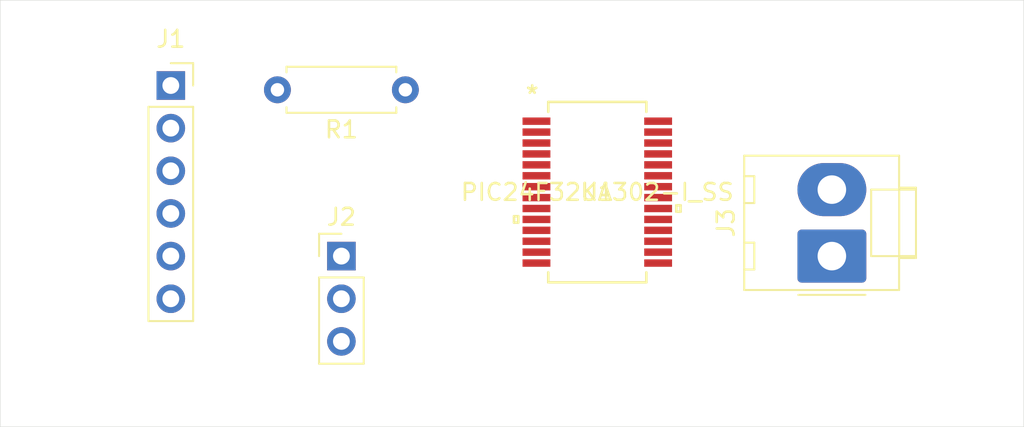
<source format=kicad_pcb>
(kicad_pcb (version 20171130) (host pcbnew "(5.1.5)-3")

  (general
    (thickness 1.6)
    (drawings 4)
    (tracks 0)
    (zones 0)
    (modules 5)
    (nets 30)
  )

  (page A4)
  (layers
    (0 F.Cu signal)
    (31 B.Cu signal)
    (32 B.Adhes user)
    (33 F.Adhes user)
    (34 B.Paste user)
    (35 F.Paste user)
    (36 B.SilkS user)
    (37 F.SilkS user)
    (38 B.Mask user)
    (39 F.Mask user)
    (40 Dwgs.User user)
    (41 Cmts.User user)
    (42 Eco1.User user)
    (43 Eco2.User user)
    (44 Edge.Cuts user)
    (45 Margin user)
    (46 B.CrtYd user)
    (47 F.CrtYd user)
    (48 B.Fab user)
    (49 F.Fab user)
  )

  (setup
    (last_trace_width 0.254)
    (trace_clearance 0.254)
    (zone_clearance 0.508)
    (zone_45_only no)
    (trace_min 0.1524)
    (via_size 0.762)
    (via_drill 0.381)
    (via_min_size 0.6858)
    (via_min_drill 0.3302)
    (uvia_size 0.762)
    (uvia_drill 0.381)
    (uvias_allowed no)
    (uvia_min_size 0.6858)
    (uvia_min_drill 0.3302)
    (edge_width 0.05)
    (segment_width 0.2)
    (pcb_text_width 0.3)
    (pcb_text_size 1.5 1.5)
    (mod_edge_width 0.12)
    (mod_text_size 1 1)
    (mod_text_width 0.15)
    (pad_size 1.524 1.524)
    (pad_drill 0.762)
    (pad_to_mask_clearance 0.0508)
    (solder_mask_min_width 0.25)
    (aux_axis_origin 0 0)
    (visible_elements 7FFFFFFF)
    (pcbplotparams
      (layerselection 0x010fc_ffffffff)
      (usegerberextensions false)
      (usegerberattributes false)
      (usegerberadvancedattributes false)
      (creategerberjobfile false)
      (excludeedgelayer true)
      (linewidth 0.100000)
      (plotframeref false)
      (viasonmask false)
      (mode 1)
      (useauxorigin false)
      (hpglpennumber 1)
      (hpglpenspeed 20)
      (hpglpendiameter 15.000000)
      (psnegative false)
      (psa4output false)
      (plotreference true)
      (plotvalue true)
      (plotinvisibletext false)
      (padsonsilk false)
      (subtractmaskfromsilk false)
      (outputformat 1)
      (mirror false)
      (drillshape 1)
      (scaleselection 1)
      (outputdirectory ""))
  )

  (net 0 "")
  (net 1 "Net-(U1-Pad2)")
  (net 2 "Net-(U1-Pad3)")
  (net 3 "Net-(U1-Pad6)")
  (net 4 "Net-(U1-Pad9)")
  (net 5 "Net-(U1-Pad10)")
  (net 6 "Net-(U1-Pad11)")
  (net 7 "Net-(U1-Pad12)")
  (net 8 "Net-(U1-Pad14)")
  (net 9 "Net-(U1-Pad15)")
  (net 10 "Net-(U1-Pad16)")
  (net 11 "Net-(U1-Pad19)")
  (net 12 "Net-(U1-Pad20)")
  (net 13 "Net-(U1-Pad21)")
  (net 14 "Net-(U1-Pad22)")
  (net 15 "Net-(U1-Pad23)")
  (net 16 "Net-(U1-Pad24)")
  (net 17 "Net-(U1-Pad25)")
  (net 18 "Net-(U1-Pad26)")
  (net 19 "Net-(U1-Pad27)")
  (net 20 "Net-(U1-Pad28)")
  (net 21 "Net-(J1-Pad1)")
  (net 22 "Net-(J1-Pad2)")
  (net 23 "Net-(J1-Pad3)")
  (net 24 "Net-(J1-Pad4)")
  (net 25 "Net-(J1-Pad5)")
  (net 26 "Net-(J1-Pad6)")
  (net 27 "Net-(J2-Pad1)")
  (net 28 "Net-(J3-Pad1)")
  (net 29 "Net-(J3-Pad2)")

  (net_class Default "This is the default net class."
    (clearance 0.254)
    (trace_width 0.254)
    (via_dia 0.762)
    (via_drill 0.381)
    (uvia_dia 0.762)
    (uvia_drill 0.381)
    (add_net "Net-(J1-Pad1)")
    (add_net "Net-(J1-Pad2)")
    (add_net "Net-(J1-Pad3)")
    (add_net "Net-(J1-Pad4)")
    (add_net "Net-(J1-Pad5)")
    (add_net "Net-(J1-Pad6)")
    (add_net "Net-(J2-Pad1)")
    (add_net "Net-(J3-Pad1)")
    (add_net "Net-(J3-Pad2)")
    (add_net "Net-(U1-Pad10)")
    (add_net "Net-(U1-Pad11)")
    (add_net "Net-(U1-Pad12)")
    (add_net "Net-(U1-Pad14)")
    (add_net "Net-(U1-Pad15)")
    (add_net "Net-(U1-Pad16)")
    (add_net "Net-(U1-Pad19)")
    (add_net "Net-(U1-Pad2)")
    (add_net "Net-(U1-Pad20)")
    (add_net "Net-(U1-Pad21)")
    (add_net "Net-(U1-Pad22)")
    (add_net "Net-(U1-Pad23)")
    (add_net "Net-(U1-Pad24)")
    (add_net "Net-(U1-Pad25)")
    (add_net "Net-(U1-Pad26)")
    (add_net "Net-(U1-Pad27)")
    (add_net "Net-(U1-Pad28)")
    (add_net "Net-(U1-Pad3)")
    (add_net "Net-(U1-Pad6)")
    (add_net "Net-(U1-Pad9)")
  )

  (module 24FV32KA302A:PIC24F32KA302-I&slash_SS (layer F.Cu) (tedit 0) (tstamp 5E913108)
    (at 162.56 87.63)
    (path /5E90D797)
    (fp_text reference U1 (at 0 0) (layer F.SilkS)
      (effects (font (size 1 1) (thickness 0.15)))
    )
    (fp_text value PIC24F32KA302-I_SS (at 0 0) (layer F.SilkS)
      (effects (font (size 1 1) (thickness 0.15)))
    )
    (fp_text user "Copyright 2016 Accelerated Designs. All rights reserved." (at 0 0) (layer Cmts.User)
      (effects (font (size 0.127 0.127) (thickness 0.002)))
    )
    (fp_text user * (at -3.87705 -5.809) (layer F.SilkS)
      (effects (font (size 1 1) (thickness 0.15)))
    )
    (fp_text user * (at -2.413 -5.1689) (layer F.Fab)
      (effects (font (size 1 1) (thickness 0.15)))
    )
    (fp_text user 0.026in/0.65mm (at -6.67105 -3.9) (layer Dwgs.User)
      (effects (font (size 1 1) (thickness 0.15)))
    )
    (fp_text user 0.017in/0.441mm (at 6.67105 -4.225) (layer Dwgs.User)
      (effects (font (size 1 1) (thickness 0.15)))
    )
    (fp_text user 0.285in/7.246mm (at 0 -7.6581) (layer Dwgs.User)
      (effects (font (size 1 1) (thickness 0.15)))
    )
    (fp_text user 0.065in/1.658mm (at -3.62305 7.6581) (layer Dwgs.User)
      (effects (font (size 1 1) (thickness 0.15)))
    )
    (fp_text user * (at -3.87705 -5.809) (layer F.SilkS)
      (effects (font (size 1 1) (thickness 0.15)))
    )
    (fp_text user * (at -2.413 -5.1689) (layer F.Fab)
      (effects (font (size 1 1) (thickness 0.15)))
    )
    (fp_line (start -2.794 -4.0345) (end -2.794 -4.4155) (layer F.Fab) (width 0.1524))
    (fp_line (start -2.794 -4.4155) (end -4.1021 -4.4155) (layer F.Fab) (width 0.1524))
    (fp_line (start -4.1021 -4.4155) (end -4.1021 -4.0345) (layer F.Fab) (width 0.1524))
    (fp_line (start -4.1021 -4.0345) (end -2.794 -4.0345) (layer F.Fab) (width 0.1524))
    (fp_line (start -2.794 -3.3845) (end -2.794 -3.7655) (layer F.Fab) (width 0.1524))
    (fp_line (start -2.794 -3.7655) (end -4.1021 -3.7655) (layer F.Fab) (width 0.1524))
    (fp_line (start -4.1021 -3.7655) (end -4.1021 -3.3845) (layer F.Fab) (width 0.1524))
    (fp_line (start -4.1021 -3.3845) (end -2.794 -3.3845) (layer F.Fab) (width 0.1524))
    (fp_line (start -2.794 -2.7345) (end -2.794 -3.1155) (layer F.Fab) (width 0.1524))
    (fp_line (start -2.794 -3.1155) (end -4.1021 -3.1155) (layer F.Fab) (width 0.1524))
    (fp_line (start -4.1021 -3.1155) (end -4.1021 -2.7345) (layer F.Fab) (width 0.1524))
    (fp_line (start -4.1021 -2.7345) (end -2.794 -2.7345) (layer F.Fab) (width 0.1524))
    (fp_line (start -2.794 -2.0845) (end -2.794 -2.4655) (layer F.Fab) (width 0.1524))
    (fp_line (start -2.794 -2.4655) (end -4.1021 -2.4655) (layer F.Fab) (width 0.1524))
    (fp_line (start -4.1021 -2.4655) (end -4.1021 -2.0845) (layer F.Fab) (width 0.1524))
    (fp_line (start -4.1021 -2.0845) (end -2.794 -2.0845) (layer F.Fab) (width 0.1524))
    (fp_line (start -2.794 -1.434501) (end -2.794 -1.815501) (layer F.Fab) (width 0.1524))
    (fp_line (start -2.794 -1.815501) (end -4.1021 -1.815501) (layer F.Fab) (width 0.1524))
    (fp_line (start -4.1021 -1.815501) (end -4.1021 -1.434501) (layer F.Fab) (width 0.1524))
    (fp_line (start -4.1021 -1.434501) (end -2.794 -1.434501) (layer F.Fab) (width 0.1524))
    (fp_line (start -2.794 -0.784501) (end -2.794 -1.165501) (layer F.Fab) (width 0.1524))
    (fp_line (start -2.794 -1.165501) (end -4.1021 -1.165501) (layer F.Fab) (width 0.1524))
    (fp_line (start -4.1021 -1.165501) (end -4.1021 -0.784501) (layer F.Fab) (width 0.1524))
    (fp_line (start -4.1021 -0.784501) (end -2.794 -0.784501) (layer F.Fab) (width 0.1524))
    (fp_line (start -2.794 -0.134501) (end -2.794 -0.515501) (layer F.Fab) (width 0.1524))
    (fp_line (start -2.794 -0.515501) (end -4.1021 -0.515501) (layer F.Fab) (width 0.1524))
    (fp_line (start -4.1021 -0.515501) (end -4.1021 -0.134501) (layer F.Fab) (width 0.1524))
    (fp_line (start -4.1021 -0.134501) (end -2.794 -0.134501) (layer F.Fab) (width 0.1524))
    (fp_line (start -2.794 0.515499) (end -2.794 0.134499) (layer F.Fab) (width 0.1524))
    (fp_line (start -2.794 0.134499) (end -4.1021 0.134499) (layer F.Fab) (width 0.1524))
    (fp_line (start -4.1021 0.134499) (end -4.1021 0.515499) (layer F.Fab) (width 0.1524))
    (fp_line (start -4.1021 0.515499) (end -2.794 0.515499) (layer F.Fab) (width 0.1524))
    (fp_line (start -2.794 1.165499) (end -2.794 0.784499) (layer F.Fab) (width 0.1524))
    (fp_line (start -2.794 0.784499) (end -4.1021 0.784499) (layer F.Fab) (width 0.1524))
    (fp_line (start -4.1021 0.784499) (end -4.1021 1.165499) (layer F.Fab) (width 0.1524))
    (fp_line (start -4.1021 1.165499) (end -2.794 1.165499) (layer F.Fab) (width 0.1524))
    (fp_line (start -2.794 1.815499) (end -2.794 1.434499) (layer F.Fab) (width 0.1524))
    (fp_line (start -2.794 1.434499) (end -4.1021 1.434499) (layer F.Fab) (width 0.1524))
    (fp_line (start -4.1021 1.434499) (end -4.1021 1.815499) (layer F.Fab) (width 0.1524))
    (fp_line (start -4.1021 1.815499) (end -2.794 1.815499) (layer F.Fab) (width 0.1524))
    (fp_line (start -2.794 2.465499) (end -2.794 2.084499) (layer F.Fab) (width 0.1524))
    (fp_line (start -2.794 2.084499) (end -4.1021 2.084499) (layer F.Fab) (width 0.1524))
    (fp_line (start -4.1021 2.084499) (end -4.1021 2.465499) (layer F.Fab) (width 0.1524))
    (fp_line (start -4.1021 2.465499) (end -2.794 2.465499) (layer F.Fab) (width 0.1524))
    (fp_line (start -2.794 3.115499) (end -2.794 2.734499) (layer F.Fab) (width 0.1524))
    (fp_line (start -2.794 2.734499) (end -4.1021 2.734499) (layer F.Fab) (width 0.1524))
    (fp_line (start -4.1021 2.734499) (end -4.1021 3.115499) (layer F.Fab) (width 0.1524))
    (fp_line (start -4.1021 3.115499) (end -2.794 3.115499) (layer F.Fab) (width 0.1524))
    (fp_line (start -2.794 3.765499) (end -2.794 3.384499) (layer F.Fab) (width 0.1524))
    (fp_line (start -2.794 3.384499) (end -4.1021 3.384499) (layer F.Fab) (width 0.1524))
    (fp_line (start -4.1021 3.384499) (end -4.1021 3.765499) (layer F.Fab) (width 0.1524))
    (fp_line (start -4.1021 3.765499) (end -2.794 3.765499) (layer F.Fab) (width 0.1524))
    (fp_line (start -2.794 4.415499) (end -2.794 4.034499) (layer F.Fab) (width 0.1524))
    (fp_line (start -2.794 4.034499) (end -4.1021 4.034499) (layer F.Fab) (width 0.1524))
    (fp_line (start -4.1021 4.034499) (end -4.1021 4.415499) (layer F.Fab) (width 0.1524))
    (fp_line (start -4.1021 4.415499) (end -2.794 4.415499) (layer F.Fab) (width 0.1524))
    (fp_line (start 2.794 4.0345) (end 2.794 4.4155) (layer F.Fab) (width 0.1524))
    (fp_line (start 2.794 4.4155) (end 4.1021 4.4155) (layer F.Fab) (width 0.1524))
    (fp_line (start 4.1021 4.4155) (end 4.1021 4.0345) (layer F.Fab) (width 0.1524))
    (fp_line (start 4.1021 4.0345) (end 2.794 4.0345) (layer F.Fab) (width 0.1524))
    (fp_line (start 2.794 3.3845) (end 2.794 3.7655) (layer F.Fab) (width 0.1524))
    (fp_line (start 2.794 3.7655) (end 4.1021 3.7655) (layer F.Fab) (width 0.1524))
    (fp_line (start 4.1021 3.7655) (end 4.1021 3.3845) (layer F.Fab) (width 0.1524))
    (fp_line (start 4.1021 3.3845) (end 2.794 3.3845) (layer F.Fab) (width 0.1524))
    (fp_line (start 2.794 2.7345) (end 2.794 3.1155) (layer F.Fab) (width 0.1524))
    (fp_line (start 2.794 3.1155) (end 4.1021 3.1155) (layer F.Fab) (width 0.1524))
    (fp_line (start 4.1021 3.1155) (end 4.1021 2.7345) (layer F.Fab) (width 0.1524))
    (fp_line (start 4.1021 2.7345) (end 2.794 2.7345) (layer F.Fab) (width 0.1524))
    (fp_line (start 2.794 2.0845) (end 2.794 2.4655) (layer F.Fab) (width 0.1524))
    (fp_line (start 2.794 2.4655) (end 4.1021 2.4655) (layer F.Fab) (width 0.1524))
    (fp_line (start 4.1021 2.4655) (end 4.1021 2.0845) (layer F.Fab) (width 0.1524))
    (fp_line (start 4.1021 2.0845) (end 2.794 2.0845) (layer F.Fab) (width 0.1524))
    (fp_line (start 2.794 1.4345) (end 2.794 1.8155) (layer F.Fab) (width 0.1524))
    (fp_line (start 2.794 1.8155) (end 4.1021 1.8155) (layer F.Fab) (width 0.1524))
    (fp_line (start 4.1021 1.8155) (end 4.1021 1.4345) (layer F.Fab) (width 0.1524))
    (fp_line (start 4.1021 1.4345) (end 2.794 1.4345) (layer F.Fab) (width 0.1524))
    (fp_line (start 2.794 0.7845) (end 2.794 1.1655) (layer F.Fab) (width 0.1524))
    (fp_line (start 2.794 1.1655) (end 4.1021 1.1655) (layer F.Fab) (width 0.1524))
    (fp_line (start 4.1021 1.1655) (end 4.1021 0.7845) (layer F.Fab) (width 0.1524))
    (fp_line (start 4.1021 0.7845) (end 2.794 0.7845) (layer F.Fab) (width 0.1524))
    (fp_line (start 2.794 0.134501) (end 2.794 0.515501) (layer F.Fab) (width 0.1524))
    (fp_line (start 2.794 0.515501) (end 4.1021 0.515501) (layer F.Fab) (width 0.1524))
    (fp_line (start 4.1021 0.515501) (end 4.1021 0.134501) (layer F.Fab) (width 0.1524))
    (fp_line (start 4.1021 0.134501) (end 2.794 0.134501) (layer F.Fab) (width 0.1524))
    (fp_line (start 2.794 -0.515499) (end 2.794 -0.134499) (layer F.Fab) (width 0.1524))
    (fp_line (start 2.794 -0.134499) (end 4.1021 -0.134499) (layer F.Fab) (width 0.1524))
    (fp_line (start 4.1021 -0.134499) (end 4.1021 -0.515499) (layer F.Fab) (width 0.1524))
    (fp_line (start 4.1021 -0.515499) (end 2.794 -0.515499) (layer F.Fab) (width 0.1524))
    (fp_line (start 2.794 -1.165499) (end 2.794 -0.784499) (layer F.Fab) (width 0.1524))
    (fp_line (start 2.794 -0.784499) (end 4.1021 -0.784499) (layer F.Fab) (width 0.1524))
    (fp_line (start 4.1021 -0.784499) (end 4.1021 -1.165499) (layer F.Fab) (width 0.1524))
    (fp_line (start 4.1021 -1.165499) (end 2.794 -1.165499) (layer F.Fab) (width 0.1524))
    (fp_line (start 2.794 -1.815499) (end 2.794 -1.434499) (layer F.Fab) (width 0.1524))
    (fp_line (start 2.794 -1.434499) (end 4.1021 -1.434499) (layer F.Fab) (width 0.1524))
    (fp_line (start 4.1021 -1.434499) (end 4.1021 -1.815499) (layer F.Fab) (width 0.1524))
    (fp_line (start 4.1021 -1.815499) (end 2.794 -1.815499) (layer F.Fab) (width 0.1524))
    (fp_line (start 2.794 -2.465499) (end 2.794 -2.084499) (layer F.Fab) (width 0.1524))
    (fp_line (start 2.794 -2.084499) (end 4.1021 -2.084499) (layer F.Fab) (width 0.1524))
    (fp_line (start 4.1021 -2.084499) (end 4.1021 -2.465499) (layer F.Fab) (width 0.1524))
    (fp_line (start 4.1021 -2.465499) (end 2.794 -2.465499) (layer F.Fab) (width 0.1524))
    (fp_line (start 2.794 -3.115499) (end 2.794 -2.734499) (layer F.Fab) (width 0.1524))
    (fp_line (start 2.794 -2.734499) (end 4.1021 -2.734499) (layer F.Fab) (width 0.1524))
    (fp_line (start 4.1021 -2.734499) (end 4.1021 -3.115499) (layer F.Fab) (width 0.1524))
    (fp_line (start 4.1021 -3.115499) (end 2.794 -3.115499) (layer F.Fab) (width 0.1524))
    (fp_line (start 2.794 -3.765499) (end 2.794 -3.384499) (layer F.Fab) (width 0.1524))
    (fp_line (start 2.794 -3.384499) (end 4.1021 -3.384499) (layer F.Fab) (width 0.1524))
    (fp_line (start 4.1021 -3.384499) (end 4.1021 -3.765499) (layer F.Fab) (width 0.1524))
    (fp_line (start 4.1021 -3.765499) (end 2.794 -3.765499) (layer F.Fab) (width 0.1524))
    (fp_line (start 2.794 -4.415499) (end 2.794 -4.034499) (layer F.Fab) (width 0.1524))
    (fp_line (start 2.794 -4.034499) (end 4.1021 -4.034499) (layer F.Fab) (width 0.1524))
    (fp_line (start 4.1021 -4.034499) (end 4.1021 -4.415499) (layer F.Fab) (width 0.1524))
    (fp_line (start 4.1021 -4.415499) (end 2.794 -4.415499) (layer F.Fab) (width 0.1524))
    (fp_line (start -2.921 5.3721) (end 2.921 5.3721) (layer F.SilkS) (width 0.1524))
    (fp_line (start 2.921 5.3721) (end 2.921 4.77824) (layer F.SilkS) (width 0.1524))
    (fp_line (start 2.921 -5.3721) (end -2.921 -5.3721) (layer F.SilkS) (width 0.1524))
    (fp_line (start -2.921 -5.3721) (end -2.921 -4.77824) (layer F.SilkS) (width 0.1524))
    (fp_line (start -2.794 5.2451) (end 2.794 5.2451) (layer F.Fab) (width 0.1524))
    (fp_line (start 2.794 5.2451) (end 2.794 -5.2451) (layer F.Fab) (width 0.1524))
    (fp_line (start 2.794 -5.2451) (end -2.794 -5.2451) (layer F.Fab) (width 0.1524))
    (fp_line (start -2.794 -5.2451) (end -2.794 5.2451) (layer F.Fab) (width 0.1524))
    (fp_line (start -2.921 4.778238) (end -2.921 5.3721) (layer F.SilkS) (width 0.1524))
    (fp_line (start 2.921 -4.77824) (end 2.921 -5.3721) (layer F.SilkS) (width 0.1524))
    (fp_line (start -4.960099 1.434498) (end -4.960099 1.815498) (layer F.SilkS) (width 0.1524))
    (fp_line (start -4.960099 1.815498) (end -4.706099 1.815498) (layer F.SilkS) (width 0.1524))
    (fp_line (start -4.706099 1.815498) (end -4.706099 1.434498) (layer F.SilkS) (width 0.1524))
    (fp_line (start -4.706099 1.434498) (end -4.960099 1.434498) (layer F.SilkS) (width 0.1524))
    (fp_line (start 4.960099 0.784499) (end 4.960099 1.165499) (layer F.SilkS) (width 0.1524))
    (fp_line (start 4.960099 1.165499) (end 4.706099 1.165499) (layer F.SilkS) (width 0.1524))
    (fp_line (start 4.706099 1.165499) (end 4.706099 0.784499) (layer F.SilkS) (width 0.1524))
    (fp_line (start 4.706099 0.784499) (end 4.960099 0.784499) (layer F.SilkS) (width 0.1524))
    (fp_line (start -4.706099 4.6995) (end -4.706099 -4.6995) (layer F.CrtYd) (width 0.1524))
    (fp_line (start -4.706099 -4.6995) (end -3.048 -4.6995) (layer F.CrtYd) (width 0.1524))
    (fp_line (start -3.048 -4.6995) (end -3.048 -5.4991) (layer F.CrtYd) (width 0.1524))
    (fp_line (start -3.048 -5.4991) (end 3.048 -5.4991) (layer F.CrtYd) (width 0.1524))
    (fp_line (start 3.048 -5.4991) (end 3.048 -4.6995) (layer F.CrtYd) (width 0.1524))
    (fp_line (start 3.048 -4.6995) (end 4.706099 -4.6995) (layer F.CrtYd) (width 0.1524))
    (fp_line (start 4.706099 -4.6995) (end 4.706099 4.6995) (layer F.CrtYd) (width 0.1524))
    (fp_line (start 4.706099 4.6995) (end 3.048 4.6995) (layer F.CrtYd) (width 0.1524))
    (fp_line (start 3.048 4.6995) (end 3.048 5.4991) (layer F.CrtYd) (width 0.1524))
    (fp_line (start 3.048 5.4991) (end -3.048 5.4991) (layer F.CrtYd) (width 0.1524))
    (fp_line (start -3.048 5.4991) (end -3.048 4.6995) (layer F.CrtYd) (width 0.1524))
    (fp_line (start -3.048 4.6995) (end -4.706099 4.6995) (layer F.CrtYd) (width 0.1524))
    (fp_arc (start 0 -5.2451) (end 0.3048 -5.2451) (angle 180) (layer F.Fab) (width 0.1524))
    (pad 1 smd rect (at -3.623051 -4.225) (size 1.658099 0.441) (layers F.Cu F.Paste F.Mask)
      (net 21 "Net-(J1-Pad1)"))
    (pad 2 smd rect (at -3.623051 -3.574999) (size 1.658099 0.441) (layers F.Cu F.Paste F.Mask)
      (net 1 "Net-(U1-Pad2)"))
    (pad 3 smd rect (at -3.623051 -2.925) (size 1.658099 0.441) (layers F.Cu F.Paste F.Mask)
      (net 2 "Net-(U1-Pad3)"))
    (pad 4 smd rect (at -3.623051 -2.274999) (size 1.658099 0.441) (layers F.Cu F.Paste F.Mask)
      (net 24 "Net-(J1-Pad4)"))
    (pad 5 smd rect (at -3.623051 -1.625001) (size 1.658099 0.441) (layers F.Cu F.Paste F.Mask)
      (net 25 "Net-(J1-Pad5)"))
    (pad 6 smd rect (at -3.623051 -0.974999) (size 1.658099 0.441) (layers F.Cu F.Paste F.Mask)
      (net 3 "Net-(U1-Pad6)"))
    (pad 7 smd rect (at -3.623051 -0.325001) (size 1.658099 0.441) (layers F.Cu F.Paste F.Mask)
      (net 27 "Net-(J2-Pad1)"))
    (pad 8 smd rect (at -3.623051 0.324998) (size 1.658099 0.441) (layers F.Cu F.Paste F.Mask)
      (net 23 "Net-(J1-Pad3)"))
    (pad 9 smd rect (at -3.623051 0.974999) (size 1.658099 0.441) (layers F.Cu F.Paste F.Mask)
      (net 4 "Net-(U1-Pad9)"))
    (pad 10 smd rect (at -3.623051 1.624998) (size 1.658099 0.441) (layers F.Cu F.Paste F.Mask)
      (net 5 "Net-(U1-Pad10)"))
    (pad 11 smd rect (at -3.623051 2.274999) (size 1.658099 0.441) (layers F.Cu F.Paste F.Mask)
      (net 6 "Net-(U1-Pad11)"))
    (pad 12 smd rect (at -3.623051 2.924998) (size 1.658099 0.441) (layers F.Cu F.Paste F.Mask)
      (net 7 "Net-(U1-Pad12)"))
    (pad 13 smd rect (at -3.623051 3.574999) (size 1.658099 0.441) (layers F.Cu F.Paste F.Mask)
      (net 22 "Net-(J1-Pad2)"))
    (pad 14 smd rect (at -3.623051 4.224998) (size 1.658099 0.441) (layers F.Cu F.Paste F.Mask)
      (net 8 "Net-(U1-Pad14)"))
    (pad 15 smd rect (at 3.623051 4.225) (size 1.658099 0.441) (layers F.Cu F.Paste F.Mask)
      (net 9 "Net-(U1-Pad15)"))
    (pad 16 smd rect (at 3.623051 3.574999) (size 1.658099 0.441) (layers F.Cu F.Paste F.Mask)
      (net 10 "Net-(U1-Pad16)"))
    (pad 17 smd rect (at 3.623051 2.925) (size 1.658099 0.441) (layers F.Cu F.Paste F.Mask)
      (net 28 "Net-(J3-Pad1)"))
    (pad 18 smd rect (at 3.623051 2.274999) (size 1.658099 0.441) (layers F.Cu F.Paste F.Mask)
      (net 29 "Net-(J3-Pad2)"))
    (pad 19 smd rect (at 3.623051 1.625001) (size 1.658099 0.441) (layers F.Cu F.Paste F.Mask)
      (net 11 "Net-(U1-Pad19)"))
    (pad 20 smd rect (at 3.623051 0.974999) (size 1.658099 0.441) (layers F.Cu F.Paste F.Mask)
      (net 12 "Net-(U1-Pad20)"))
    (pad 21 smd rect (at 3.623051 0.325001) (size 1.658099 0.441) (layers F.Cu F.Paste F.Mask)
      (net 13 "Net-(U1-Pad21)"))
    (pad 22 smd rect (at 3.623051 -0.325001) (size 1.658099 0.441) (layers F.Cu F.Paste F.Mask)
      (net 14 "Net-(U1-Pad22)"))
    (pad 23 smd rect (at 3.623051 -0.974999) (size 1.658099 0.441) (layers F.Cu F.Paste F.Mask)
      (net 15 "Net-(U1-Pad23)"))
    (pad 24 smd rect (at 3.623051 -1.625001) (size 1.658099 0.441) (layers F.Cu F.Paste F.Mask)
      (net 16 "Net-(U1-Pad24)"))
    (pad 25 smd rect (at 3.623051 -2.274999) (size 1.658099 0.441) (layers F.Cu F.Paste F.Mask)
      (net 17 "Net-(U1-Pad25)"))
    (pad 26 smd rect (at 3.623051 -2.925) (size 1.658099 0.441) (layers F.Cu F.Paste F.Mask)
      (net 18 "Net-(U1-Pad26)"))
    (pad 27 smd rect (at 3.623051 -3.574999) (size 1.658099 0.441) (layers F.Cu F.Paste F.Mask)
      (net 19 "Net-(U1-Pad27)"))
    (pad 28 smd rect (at 3.623051 -4.225) (size 1.658099 0.441) (layers F.Cu F.Paste F.Mask)
      (net 20 "Net-(U1-Pad28)"))
  )

  (module Connector_PinSocket_2.54mm:PinSocket_1x06_P2.54mm_Vertical (layer F.Cu) (tedit 5A19A430) (tstamp 600A0258)
    (at 137.16 81.28)
    (descr "Through hole straight socket strip, 1x06, 2.54mm pitch, single row (from Kicad 4.0.7), script generated")
    (tags "Through hole socket strip THT 1x06 2.54mm single row")
    (path /600A24D0)
    (fp_text reference J1 (at 0 -2.77) (layer F.SilkS)
      (effects (font (size 1 1) (thickness 0.15)))
    )
    (fp_text value Conn_01x06_Female (at 0 15.47) (layer F.Fab)
      (effects (font (size 1 1) (thickness 0.15)))
    )
    (fp_line (start -1.27 -1.27) (end 0.635 -1.27) (layer F.Fab) (width 0.1))
    (fp_line (start 0.635 -1.27) (end 1.27 -0.635) (layer F.Fab) (width 0.1))
    (fp_line (start 1.27 -0.635) (end 1.27 13.97) (layer F.Fab) (width 0.1))
    (fp_line (start 1.27 13.97) (end -1.27 13.97) (layer F.Fab) (width 0.1))
    (fp_line (start -1.27 13.97) (end -1.27 -1.27) (layer F.Fab) (width 0.1))
    (fp_line (start -1.33 1.27) (end 1.33 1.27) (layer F.SilkS) (width 0.12))
    (fp_line (start -1.33 1.27) (end -1.33 14.03) (layer F.SilkS) (width 0.12))
    (fp_line (start -1.33 14.03) (end 1.33 14.03) (layer F.SilkS) (width 0.12))
    (fp_line (start 1.33 1.27) (end 1.33 14.03) (layer F.SilkS) (width 0.12))
    (fp_line (start 1.33 -1.33) (end 1.33 0) (layer F.SilkS) (width 0.12))
    (fp_line (start 0 -1.33) (end 1.33 -1.33) (layer F.SilkS) (width 0.12))
    (fp_line (start -1.8 -1.8) (end 1.75 -1.8) (layer F.CrtYd) (width 0.05))
    (fp_line (start 1.75 -1.8) (end 1.75 14.45) (layer F.CrtYd) (width 0.05))
    (fp_line (start 1.75 14.45) (end -1.8 14.45) (layer F.CrtYd) (width 0.05))
    (fp_line (start -1.8 14.45) (end -1.8 -1.8) (layer F.CrtYd) (width 0.05))
    (fp_text user %R (at 0 6.35 90) (layer F.Fab)
      (effects (font (size 1 1) (thickness 0.15)))
    )
    (pad 1 thru_hole rect (at 0 0) (size 1.7 1.7) (drill 1) (layers *.Cu *.Mask)
      (net 21 "Net-(J1-Pad1)"))
    (pad 2 thru_hole oval (at 0 2.54) (size 1.7 1.7) (drill 1) (layers *.Cu *.Mask)
      (net 22 "Net-(J1-Pad2)"))
    (pad 3 thru_hole oval (at 0 5.08) (size 1.7 1.7) (drill 1) (layers *.Cu *.Mask)
      (net 23 "Net-(J1-Pad3)"))
    (pad 4 thru_hole oval (at 0 7.62) (size 1.7 1.7) (drill 1) (layers *.Cu *.Mask)
      (net 24 "Net-(J1-Pad4)"))
    (pad 5 thru_hole oval (at 0 10.16) (size 1.7 1.7) (drill 1) (layers *.Cu *.Mask)
      (net 25 "Net-(J1-Pad5)"))
    (pad 6 thru_hole oval (at 0 12.7) (size 1.7 1.7) (drill 1) (layers *.Cu *.Mask)
      (net 26 "Net-(J1-Pad6)"))
    (model ${KISYS3DMOD}/Connector_PinSocket_2.54mm.3dshapes/PinSocket_1x06_P2.54mm_Vertical.wrl
      (at (xyz 0 0 0))
      (scale (xyz 1 1 1))
      (rotate (xyz 0 0 0))
    )
  )

  (module Connector_PinHeader_2.54mm:PinHeader_1x03_P2.54mm_Vertical (layer F.Cu) (tedit 59FED5CC) (tstamp 600A026F)
    (at 147.32 91.44)
    (descr "Through hole straight pin header, 1x03, 2.54mm pitch, single row")
    (tags "Through hole pin header THT 1x03 2.54mm single row")
    (path /6009B195)
    (fp_text reference J2 (at 0 -2.33) (layer F.SilkS)
      (effects (font (size 1 1) (thickness 0.15)))
    )
    (fp_text value Conn_01x03_Male (at 0 7.41) (layer F.Fab)
      (effects (font (size 1 1) (thickness 0.15)))
    )
    (fp_line (start -0.635 -1.27) (end 1.27 -1.27) (layer F.Fab) (width 0.1))
    (fp_line (start 1.27 -1.27) (end 1.27 6.35) (layer F.Fab) (width 0.1))
    (fp_line (start 1.27 6.35) (end -1.27 6.35) (layer F.Fab) (width 0.1))
    (fp_line (start -1.27 6.35) (end -1.27 -0.635) (layer F.Fab) (width 0.1))
    (fp_line (start -1.27 -0.635) (end -0.635 -1.27) (layer F.Fab) (width 0.1))
    (fp_line (start -1.33 6.41) (end 1.33 6.41) (layer F.SilkS) (width 0.12))
    (fp_line (start -1.33 1.27) (end -1.33 6.41) (layer F.SilkS) (width 0.12))
    (fp_line (start 1.33 1.27) (end 1.33 6.41) (layer F.SilkS) (width 0.12))
    (fp_line (start -1.33 1.27) (end 1.33 1.27) (layer F.SilkS) (width 0.12))
    (fp_line (start -1.33 0) (end -1.33 -1.33) (layer F.SilkS) (width 0.12))
    (fp_line (start -1.33 -1.33) (end 0 -1.33) (layer F.SilkS) (width 0.12))
    (fp_line (start -1.8 -1.8) (end -1.8 6.85) (layer F.CrtYd) (width 0.05))
    (fp_line (start -1.8 6.85) (end 1.8 6.85) (layer F.CrtYd) (width 0.05))
    (fp_line (start 1.8 6.85) (end 1.8 -1.8) (layer F.CrtYd) (width 0.05))
    (fp_line (start 1.8 -1.8) (end -1.8 -1.8) (layer F.CrtYd) (width 0.05))
    (fp_text user %R (at 0 2.54 90) (layer F.Fab)
      (effects (font (size 1 1) (thickness 0.15)))
    )
    (pad 1 thru_hole rect (at 0 0) (size 1.7 1.7) (drill 1) (layers *.Cu *.Mask)
      (net 27 "Net-(J2-Pad1)"))
    (pad 2 thru_hole oval (at 0 2.54) (size 1.7 1.7) (drill 1) (layers *.Cu *.Mask)
      (net 23 "Net-(J1-Pad3)"))
    (pad 3 thru_hole oval (at 0 5.08) (size 1.7 1.7) (drill 1) (layers *.Cu *.Mask)
      (net 22 "Net-(J1-Pad2)"))
    (model ${KISYS3DMOD}/Connector_PinHeader_2.54mm.3dshapes/PinHeader_1x03_P2.54mm_Vertical.wrl
      (at (xyz 0 0 0))
      (scale (xyz 1 1 1))
      (rotate (xyz 0 0 0))
    )
  )

  (module Connector_Molex:Molex_KK-396_A-41791-0002_1x02_P3.96mm_Vertical (layer F.Cu) (tedit 5DC431B4) (tstamp 600A0299)
    (at 176.53 91.44 90)
    (descr "Molex KK 396 Interconnect System, old/engineering part number: A-41791-0002 example for new part number: 26-60-4020, 2 Pins (https://www.molex.com/pdm_docs/sd/026604020_sd.pdf), generated with kicad-footprint-generator")
    (tags "connector Molex KK-396 vertical")
    (path /600B67EA)
    (fp_text reference J3 (at 1.98 -6.31 90) (layer F.SilkS)
      (effects (font (size 1 1) (thickness 0.15)))
    )
    (fp_text value Conn_01x02_Male (at 1.98 6.1 90) (layer F.Fab)
      (effects (font (size 1 1) (thickness 0.15)))
    )
    (fp_line (start -1.91 -5.11) (end 5.87 -5.11) (layer F.Fab) (width 0.1))
    (fp_line (start 5.87 -5.11) (end 5.87 3.895) (layer F.Fab) (width 0.1))
    (fp_line (start 5.87 3.895) (end 3.965 3.895) (layer F.Fab) (width 0.1))
    (fp_line (start 3.965 3.895) (end 3.965 4.9) (layer F.Fab) (width 0.1))
    (fp_line (start 3.965 4.9) (end -0.005 4.9) (layer F.Fab) (width 0.1))
    (fp_line (start -0.005 4.9) (end -0.005 3.895) (layer F.Fab) (width 0.1))
    (fp_line (start -0.005 3.895) (end -1.91 3.895) (layer F.Fab) (width 0.1))
    (fp_line (start -1.91 3.895) (end -1.91 -5.11) (layer F.Fab) (width 0.1))
    (fp_line (start -2.02 -5.22) (end 5.98 -5.22) (layer F.SilkS) (width 0.12))
    (fp_line (start 5.98 -5.22) (end 5.98 4.005) (layer F.SilkS) (width 0.12))
    (fp_line (start 5.98 4.005) (end 4.075 4.005) (layer F.SilkS) (width 0.12))
    (fp_line (start 4.075 4.005) (end 4.075 5.01) (layer F.SilkS) (width 0.12))
    (fp_line (start 4.075 5.01) (end -0.115 5.01) (layer F.SilkS) (width 0.12))
    (fp_line (start -0.115 5.01) (end -0.115 4.005) (layer F.SilkS) (width 0.12))
    (fp_line (start -0.115 4.005) (end -2.02 4.005) (layer F.SilkS) (width 0.12))
    (fp_line (start -2.02 4.005) (end -2.02 -5.22) (layer F.SilkS) (width 0.12))
    (fp_line (start -2.31 -2) (end -2.31 2) (layer F.SilkS) (width 0.12))
    (fp_line (start -1.91 -0.5) (end -1.202893 0) (layer F.Fab) (width 0.1))
    (fp_line (start -1.202893 0) (end -1.91 0.5) (layer F.Fab) (width 0.1))
    (fp_line (start 0 5.01) (end 0 4.01) (layer F.SilkS) (width 0.12))
    (fp_line (start 0 4.01) (end 3.96 4.01) (layer F.SilkS) (width 0.12))
    (fp_line (start 3.96 4.01) (end 3.96 5.01) (layer F.SilkS) (width 0.12))
    (fp_line (start 0 4.01) (end 0 2.34) (layer F.SilkS) (width 0.12))
    (fp_line (start 0 2.34) (end 3.96 2.34) (layer F.SilkS) (width 0.12))
    (fp_line (start 3.96 2.34) (end 3.96 4.01) (layer F.SilkS) (width 0.12))
    (fp_line (start -0.8 -5.22) (end -0.8 -4.62) (layer F.SilkS) (width 0.12))
    (fp_line (start -0.8 -4.62) (end 0.8 -4.62) (layer F.SilkS) (width 0.12))
    (fp_line (start 0.8 -4.62) (end 0.8 -5.22) (layer F.SilkS) (width 0.12))
    (fp_line (start 3.16 -5.22) (end 3.16 -4.62) (layer F.SilkS) (width 0.12))
    (fp_line (start 3.16 -4.62) (end 4.76 -4.62) (layer F.SilkS) (width 0.12))
    (fp_line (start 4.76 -4.62) (end 4.76 -5.22) (layer F.SilkS) (width 0.12))
    (fp_line (start -2.41 -5.61) (end -2.41 5.4) (layer F.CrtYd) (width 0.05))
    (fp_line (start -2.41 5.4) (end 6.37 5.4) (layer F.CrtYd) (width 0.05))
    (fp_line (start 6.37 5.4) (end 6.37 -5.61) (layer F.CrtYd) (width 0.05))
    (fp_line (start 6.37 -5.61) (end -2.41 -5.61) (layer F.CrtYd) (width 0.05))
    (fp_text user %R (at 1.98 -4.41 90) (layer F.Fab)
      (effects (font (size 1 1) (thickness 0.15)))
    )
    (pad 1 thru_hole roundrect (at 0 0 90) (size 3.16 4.1) (drill 1.7) (layers *.Cu *.Mask) (roundrect_rratio 0.079114)
      (net 28 "Net-(J3-Pad1)"))
    (pad 2 thru_hole oval (at 3.96 0 90) (size 3.16 4.1) (drill 1.7) (layers *.Cu *.Mask)
      (net 29 "Net-(J3-Pad2)"))
    (model ${KISYS3DMOD}/Connector_Molex.3dshapes/Molex_KK-396_A-41791-0002_1x02_P3.96mm_Vertical.wrl
      (at (xyz 0 0 0))
      (scale (xyz 1 1 1))
      (rotate (xyz 0 0 0))
    )
  )

  (module Resistor_THT:R_Axial_DIN0207_L6.3mm_D2.5mm_P7.62mm_Horizontal (layer F.Cu) (tedit 5AE5139B) (tstamp 600A02B0)
    (at 151.13 81.535001 180)
    (descr "Resistor, Axial_DIN0207 series, Axial, Horizontal, pin pitch=7.62mm, 0.25W = 1/4W, length*diameter=6.3*2.5mm^2, http://cdn-reichelt.de/documents/datenblatt/B400/1_4W%23YAG.pdf")
    (tags "Resistor Axial_DIN0207 series Axial Horizontal pin pitch 7.62mm 0.25W = 1/4W length 6.3mm diameter 2.5mm")
    (path /5F6DF8B5)
    (fp_text reference R1 (at 3.81 -2.37) (layer F.SilkS)
      (effects (font (size 1 1) (thickness 0.15)))
    )
    (fp_text value 1k (at 3.81 2.37) (layer F.Fab)
      (effects (font (size 1 1) (thickness 0.15)))
    )
    (fp_line (start 0.66 -1.25) (end 0.66 1.25) (layer F.Fab) (width 0.1))
    (fp_line (start 0.66 1.25) (end 6.96 1.25) (layer F.Fab) (width 0.1))
    (fp_line (start 6.96 1.25) (end 6.96 -1.25) (layer F.Fab) (width 0.1))
    (fp_line (start 6.96 -1.25) (end 0.66 -1.25) (layer F.Fab) (width 0.1))
    (fp_line (start 0 0) (end 0.66 0) (layer F.Fab) (width 0.1))
    (fp_line (start 7.62 0) (end 6.96 0) (layer F.Fab) (width 0.1))
    (fp_line (start 0.54 -1.04) (end 0.54 -1.37) (layer F.SilkS) (width 0.12))
    (fp_line (start 0.54 -1.37) (end 7.08 -1.37) (layer F.SilkS) (width 0.12))
    (fp_line (start 7.08 -1.37) (end 7.08 -1.04) (layer F.SilkS) (width 0.12))
    (fp_line (start 0.54 1.04) (end 0.54 1.37) (layer F.SilkS) (width 0.12))
    (fp_line (start 0.54 1.37) (end 7.08 1.37) (layer F.SilkS) (width 0.12))
    (fp_line (start 7.08 1.37) (end 7.08 1.04) (layer F.SilkS) (width 0.12))
    (fp_line (start -1.05 -1.5) (end -1.05 1.5) (layer F.CrtYd) (width 0.05))
    (fp_line (start -1.05 1.5) (end 8.67 1.5) (layer F.CrtYd) (width 0.05))
    (fp_line (start 8.67 1.5) (end 8.67 -1.5) (layer F.CrtYd) (width 0.05))
    (fp_line (start 8.67 -1.5) (end -1.05 -1.5) (layer F.CrtYd) (width 0.05))
    (fp_text user %R (at 3.81 0) (layer F.Fab)
      (effects (font (size 1 1) (thickness 0.15)))
    )
    (pad 1 thru_hole circle (at 0 0 180) (size 1.6 1.6) (drill 0.8) (layers *.Cu *.Mask)
      (net 21 "Net-(J1-Pad1)"))
    (pad 2 thru_hole oval (at 7.62 0 180) (size 1.6 1.6) (drill 0.8) (layers *.Cu *.Mask)
      (net 22 "Net-(J1-Pad2)"))
    (model ${KISYS3DMOD}/Resistor_THT.3dshapes/R_Axial_DIN0207_L6.3mm_D2.5mm_P7.62mm_Horizontal.wrl
      (at (xyz 0 0 0))
      (scale (xyz 1 1 1))
      (rotate (xyz 0 0 0))
    )
  )

  (gr_line (start 127 101.6) (end 187.96 101.6) (layer Edge.Cuts) (width 0.0254) (tstamp 60120DAD))
  (gr_line (start 187.96 76.2) (end 187.96 101.6) (layer Edge.Cuts) (width 0.0254))
  (gr_line (start 127 76.2) (end 187.96 76.2) (layer Edge.Cuts) (width 0.0254))
  (gr_line (start 127 101.6) (end 127 76.2) (layer Edge.Cuts) (width 0.0254))

)

</source>
